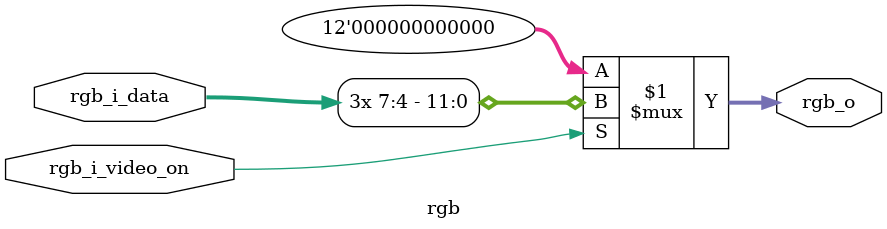
<source format=v>
`timescale 1ns / 1ps
module rgb #( 
    parameter DATA_WIDTH  = 8              
    )(
    input   wire    [DATA_WIDTH-1:0] rgb_i_data,   
    input   wire    rgb_i_video_on,       
    output  wire    [11:0] rgb_o
);
    assign rgb_o = (rgb_i_video_on) ? {rgb_i_data[7:4], rgb_i_data[7:4], rgb_i_data[7:4]} : 12'b0;
endmodule
</source>
